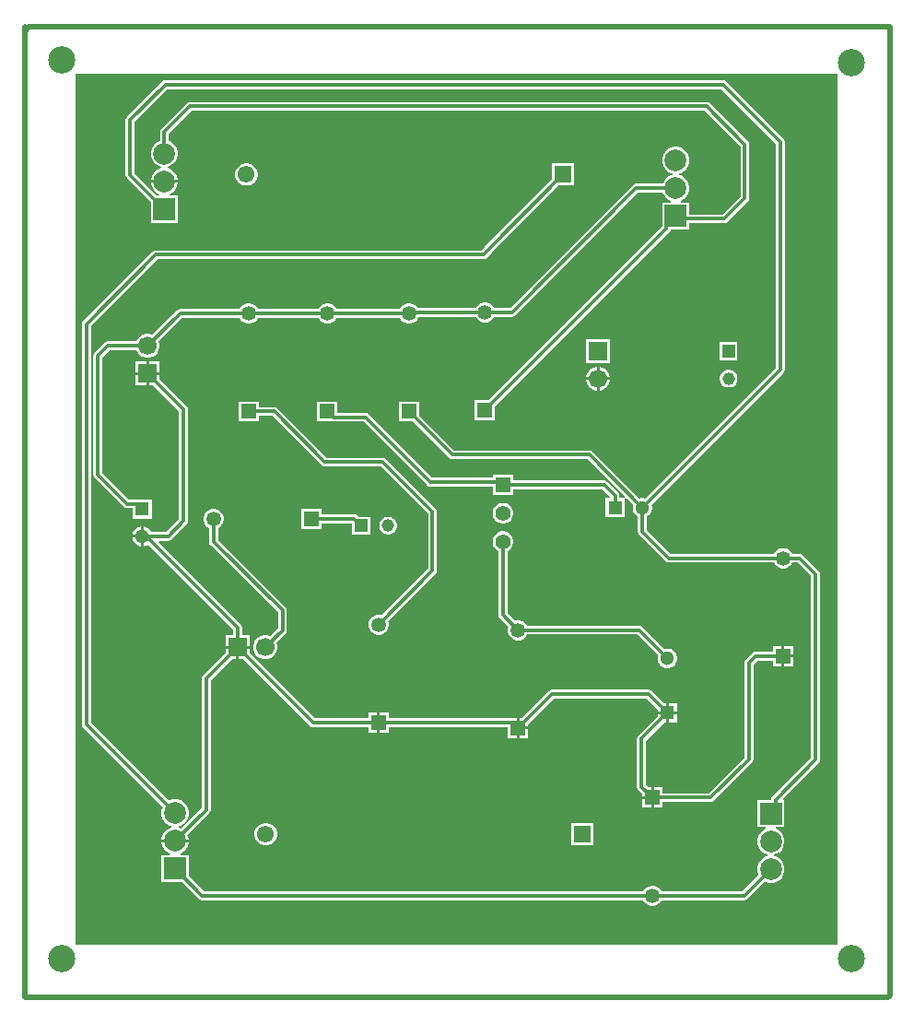
<source format=gtl>
G04*
G04 #@! TF.GenerationSoftware,Altium Limited,Altium Designer,22.9.1 (49)*
G04*
G04 Layer_Physical_Order=1*
G04 Layer_Color=255*
%FSLAX25Y25*%
%MOIN*%
G70*
G04*
G04 #@! TF.SameCoordinates,E0007E1A-B842-4F06-B59B-3BF212909B56*
G04*
G04*
G04 #@! TF.FilePolarity,Positive*
G04*
G01*
G75*
%ADD16R,0.07874X0.07874*%
%ADD17C,0.07874*%
%ADD18C,0.04528*%
%ADD19R,0.04528X0.04528*%
%ADD20C,0.06102*%
%ADD21R,0.06102X0.06102*%
%ADD25C,0.05118*%
%ADD26R,0.05118X0.05118*%
%ADD32R,0.04528X0.04528*%
%ADD35C,0.01968*%
%ADD36C,0.01260*%
%ADD37C,0.01181*%
%ADD38C,0.05315*%
%ADD39R,0.05315X0.05315*%
%ADD40R,0.05315X0.05315*%
%ADD41R,0.05118X0.05118*%
%ADD42R,0.06693X0.06693*%
%ADD43C,0.06693*%
%ADD44R,0.05512X0.05512*%
%ADD45C,0.05512*%
%ADD46R,0.06693X0.06693*%
%ADD47C,0.09843*%
G36*
X300000Y22835D02*
X24409D01*
Y337795D01*
X300000D01*
Y22835D01*
D02*
G37*
%LPC*%
G36*
X86732Y305390D02*
X85669D01*
X84643Y305115D01*
X83723Y304584D01*
X82972Y303832D01*
X82440Y302912D01*
X82165Y301886D01*
Y300823D01*
X82440Y299797D01*
X82972Y298877D01*
X83723Y298125D01*
X84643Y297594D01*
X85669Y297319D01*
X86732D01*
X87758Y297594D01*
X88679Y298125D01*
X89430Y298877D01*
X89961Y299797D01*
X90236Y300823D01*
Y301886D01*
X89961Y302912D01*
X89430Y303832D01*
X88679Y304584D01*
X87758Y305115D01*
X86732Y305390D01*
D02*
G37*
G36*
X252756Y327590D02*
X252756Y327590D01*
X65748D01*
X65134Y327468D01*
X64613Y327120D01*
X64613Y327120D01*
X55369Y317876D01*
X55020Y317355D01*
X54898Y316740D01*
X54898Y316740D01*
Y313598D01*
X54604Y313519D01*
X53482Y312871D01*
X52566Y311955D01*
X51918Y310833D01*
X51583Y309581D01*
Y308285D01*
X51918Y307033D01*
X52566Y305911D01*
X53482Y304995D01*
X54604Y304347D01*
X55227Y304180D01*
Y303663D01*
X54598Y303494D01*
X53473Y302844D01*
X52553Y301925D01*
X51903Y300799D01*
X51567Y299544D01*
Y299394D01*
X56504D01*
X61441D01*
Y299544D01*
X61105Y300799D01*
X60454Y301925D01*
X59535Y302844D01*
X58410Y303494D01*
X57781Y303663D01*
Y304180D01*
X58403Y304347D01*
X59526Y304995D01*
X60442Y305911D01*
X61090Y307033D01*
X61425Y308285D01*
Y309581D01*
X61090Y310833D01*
X60442Y311955D01*
X59526Y312871D01*
X58403Y313519D01*
X58110Y313598D01*
Y316075D01*
X66413Y324379D01*
X252091D01*
X264930Y311540D01*
Y293551D01*
X258339Y286960D01*
X246425D01*
Y291276D01*
X243349D01*
X243283Y291776D01*
X243404Y291808D01*
X244526Y292456D01*
X245442Y293372D01*
X246090Y294494D01*
X246425Y295746D01*
Y297042D01*
X246090Y298293D01*
X245442Y299415D01*
X244526Y300332D01*
X243404Y300980D01*
X242751Y301155D01*
Y301672D01*
X243404Y301847D01*
X244526Y302495D01*
X245442Y303411D01*
X246090Y304534D01*
X246425Y305785D01*
Y307081D01*
X246090Y308333D01*
X245442Y309455D01*
X244526Y310371D01*
X243404Y311019D01*
X242152Y311354D01*
X240856D01*
X239604Y311019D01*
X238482Y310371D01*
X237566Y309455D01*
X236918Y308333D01*
X236583Y307081D01*
Y305785D01*
X236918Y304534D01*
X237566Y303411D01*
X238482Y302495D01*
X239604Y301847D01*
X240257Y301672D01*
Y301155D01*
X239604Y300980D01*
X238482Y300332D01*
X237566Y299415D01*
X236918Y298293D01*
X236850Y298040D01*
X227102D01*
X226472Y297914D01*
X225939Y297557D01*
X181598Y253217D01*
X175759D01*
X175418Y253807D01*
X174740Y254485D01*
X173910Y254964D01*
X172983Y255213D01*
X172025D01*
X171098Y254964D01*
X170268Y254485D01*
X169590Y253807D01*
X169110Y252976D01*
X169108Y252967D01*
X148115D01*
X147918Y253307D01*
X147240Y253985D01*
X146410Y254464D01*
X145483Y254713D01*
X144525D01*
X143598Y254464D01*
X142768Y253985D01*
X142090Y253307D01*
X141749Y252717D01*
X118759D01*
X118418Y253307D01*
X117740Y253985D01*
X116910Y254464D01*
X115983Y254713D01*
X115024D01*
X114098Y254464D01*
X113268Y253985D01*
X112590Y253307D01*
X112249Y252717D01*
X90259D01*
X89918Y253307D01*
X89240Y253985D01*
X88410Y254464D01*
X87483Y254713D01*
X86524D01*
X85598Y254464D01*
X84768Y253985D01*
X84090Y253307D01*
X83749Y252717D01*
X62221D01*
X61591Y252591D01*
X61057Y252235D01*
X52199Y243376D01*
X52175Y243390D01*
X51074Y243685D01*
X49934D01*
X48832Y243390D01*
X47845Y242820D01*
X47038Y242013D01*
X46468Y241026D01*
X46461Y241000D01*
X36004D01*
X35374Y240875D01*
X34840Y240518D01*
X31340Y237018D01*
X30983Y236484D01*
X30858Y235854D01*
Y192854D01*
X30983Y192225D01*
X31340Y191691D01*
X41911Y181120D01*
X42445Y180763D01*
X43075Y180638D01*
X44961D01*
Y176811D01*
X52047D01*
Y183898D01*
X46734D01*
X46575Y183929D01*
X43756D01*
X34150Y193536D01*
Y235173D01*
X36686Y237708D01*
X46461D01*
X46468Y237683D01*
X47038Y236695D01*
X47845Y235889D01*
X48832Y235319D01*
X49934Y235024D01*
X51074D01*
X52175Y235319D01*
X53163Y235889D01*
X53969Y236695D01*
X54540Y237683D01*
X54835Y238784D01*
Y239925D01*
X54540Y241026D01*
X54526Y241049D01*
X62902Y249425D01*
X83749D01*
X84090Y248835D01*
X84768Y248157D01*
X85598Y247677D01*
X86524Y247429D01*
X87483D01*
X88410Y247677D01*
X89240Y248157D01*
X89918Y248835D01*
X90259Y249425D01*
X112249D01*
X112590Y248835D01*
X113268Y248157D01*
X114098Y247677D01*
X115024Y247429D01*
X115983D01*
X116910Y247677D01*
X117740Y248157D01*
X118418Y248835D01*
X118759Y249425D01*
X141749D01*
X142090Y248835D01*
X142768Y248157D01*
X143598Y247677D01*
X144525Y247429D01*
X145483D01*
X146410Y247677D01*
X147240Y248157D01*
X147918Y248835D01*
X148398Y249665D01*
X148400Y249675D01*
X169393D01*
X169590Y249335D01*
X170268Y248657D01*
X171098Y248177D01*
X172025Y247929D01*
X172983D01*
X173910Y248177D01*
X174740Y248657D01*
X175418Y249335D01*
X175759Y249925D01*
X182280D01*
X182909Y250050D01*
X183443Y250407D01*
X227784Y294748D01*
X236850D01*
X236918Y294494D01*
X237566Y293372D01*
X238482Y292456D01*
X239604Y291808D01*
X239725Y291776D01*
X239659Y291276D01*
X236583D01*
Y283163D01*
X236552Y283008D01*
X236552Y283008D01*
Y282456D01*
X173875Y219779D01*
X168862D01*
Y212496D01*
X176146D01*
Y217509D01*
X239293Y280656D01*
X239293Y280656D01*
X239641Y281177D01*
X239692Y281433D01*
X246425D01*
Y283749D01*
X259004D01*
X259004Y283749D01*
X259618Y283871D01*
X260139Y284219D01*
X267671Y291750D01*
X267671Y291751D01*
X268019Y292271D01*
X268141Y292886D01*
X268141Y292886D01*
Y312205D01*
X268141Y312205D01*
X268019Y312819D01*
X267671Y313340D01*
X267671Y313340D01*
X253891Y327120D01*
X253370Y327468D01*
X252756Y327590D01*
D02*
G37*
G36*
X204842Y305390D02*
X196772D01*
Y299590D01*
X172869Y275687D01*
X172520Y275166D01*
X172515Y275136D01*
X171339Y273960D01*
X53504D01*
X53504Y273960D01*
X52890Y273838D01*
X52369Y273490D01*
X27211Y248332D01*
X26863Y247811D01*
X26741Y247197D01*
X26741Y247197D01*
Y102443D01*
X26741Y102443D01*
X26863Y101828D01*
X27211Y101307D01*
X55962Y72557D01*
X55810Y72293D01*
X55474Y71042D01*
Y69746D01*
X55810Y68494D01*
X56458Y67372D01*
X57374Y66456D01*
X58496Y65808D01*
X59119Y65641D01*
Y65123D01*
X58490Y64955D01*
X57364Y64305D01*
X56445Y63386D01*
X55795Y62260D01*
X55459Y61004D01*
Y60854D01*
X60396D01*
X65333D01*
Y61004D01*
X64996Y62260D01*
X64862Y62493D01*
X72817Y70448D01*
X73174Y70982D01*
X73299Y71612D01*
Y118322D01*
X80985Y126008D01*
X82504D01*
Y129854D01*
X78658D01*
Y128335D01*
X70490Y120168D01*
X70133Y119634D01*
X70008Y119004D01*
Y72294D01*
X62534Y64820D01*
X62301Y64955D01*
X61673Y65123D01*
Y65641D01*
X62295Y65808D01*
X63417Y66456D01*
X64334Y67372D01*
X64982Y68494D01*
X65317Y69746D01*
Y71042D01*
X64982Y72293D01*
X64334Y73415D01*
X63417Y74332D01*
X62295Y74980D01*
X61044Y75315D01*
X59748D01*
X58496Y74980D01*
X58233Y74827D01*
X29952Y103108D01*
Y246532D01*
X54169Y270749D01*
X172004D01*
X172004Y270749D01*
X172618Y270871D01*
X173139Y271219D01*
X175139Y273219D01*
X175139Y273219D01*
X175487Y273740D01*
X175493Y273770D01*
X199042Y297319D01*
X204842D01*
Y305390D01*
D02*
G37*
G36*
X263878Y240650D02*
X257382D01*
Y234154D01*
X263878D01*
Y240650D01*
D02*
G37*
G36*
X217717Y241890D02*
X209055D01*
Y233228D01*
X217717D01*
Y241890D01*
D02*
G37*
G36*
X54850Y233701D02*
X51004D01*
Y229854D01*
X54850D01*
Y233701D01*
D02*
G37*
G36*
X50004D02*
X46158D01*
Y229854D01*
X50004D01*
Y233701D01*
D02*
G37*
G36*
X213958Y231906D02*
X213886D01*
Y228059D01*
X217732D01*
Y228131D01*
X217436Y229237D01*
X216864Y230228D01*
X216055Y231037D01*
X215064Y231609D01*
X213958Y231906D01*
D02*
G37*
G36*
X212886D02*
X212814D01*
X211708Y231609D01*
X210717Y231037D01*
X209908Y230228D01*
X209336Y229237D01*
X209039Y228131D01*
Y228059D01*
X212886D01*
Y231906D01*
D02*
G37*
G36*
X50004Y228854D02*
X46158D01*
Y225008D01*
X50004D01*
Y228854D01*
D02*
G37*
G36*
X261057Y230807D02*
X260202D01*
X259376Y230586D01*
X258636Y230158D01*
X258031Y229553D01*
X257603Y228813D01*
X257382Y227987D01*
Y227131D01*
X257603Y226305D01*
X258031Y225565D01*
X258636Y224960D01*
X259376Y224532D01*
X260202Y224311D01*
X261057D01*
X261884Y224532D01*
X262624Y224960D01*
X263229Y225565D01*
X263657Y226305D01*
X263878Y227131D01*
Y227987D01*
X263657Y228813D01*
X263229Y229553D01*
X262624Y230158D01*
X261884Y230586D01*
X261057Y230807D01*
D02*
G37*
G36*
X217732Y227059D02*
X213886D01*
Y223213D01*
X213958D01*
X215064Y223509D01*
X216055Y224081D01*
X216864Y224890D01*
X217436Y225881D01*
X217732Y226987D01*
Y227059D01*
D02*
G37*
G36*
X212886D02*
X209039D01*
Y226987D01*
X209336Y225881D01*
X209908Y224890D01*
X210717Y224081D01*
X211708Y223509D01*
X212814Y223213D01*
X212886D01*
Y227059D01*
D02*
G37*
G36*
X258661Y335464D02*
X258661Y335464D01*
X56890D01*
X56275Y335342D01*
X55754Y334994D01*
X55754Y334994D01*
X42959Y322198D01*
X42611Y321677D01*
X42489Y321063D01*
X42489Y321063D01*
Y301264D01*
X42489Y301264D01*
X42611Y300649D01*
X42959Y300128D01*
X51583Y291505D01*
Y283933D01*
X61425D01*
Y293776D01*
X58410D01*
X58344Y294276D01*
X58410Y294293D01*
X59535Y294943D01*
X60454Y295862D01*
X61105Y296988D01*
X61441Y298244D01*
Y298394D01*
X56504D01*
X51567D01*
Y298244D01*
X51903Y296988D01*
X52553Y295862D01*
X53473Y294943D01*
X54598Y294293D01*
X54664Y294276D01*
X54598Y293776D01*
X53853D01*
X45700Y301929D01*
Y320398D01*
X57555Y332253D01*
X257996D01*
X277725Y312524D01*
Y231425D01*
X230527Y184227D01*
X229892Y184398D01*
X228959D01*
X228323Y184227D01*
X211415Y201135D01*
X210894Y201483D01*
X210279Y201606D01*
X210279Y201606D01*
X161307D01*
X148646Y214267D01*
Y219280D01*
X141362D01*
Y211996D01*
X146375D01*
X159506Y198865D01*
X159506Y198865D01*
X160027Y198517D01*
X160642Y198394D01*
X209614D01*
X223111Y184898D01*
X222904Y184398D01*
X222718Y184398D01*
X221188D01*
Y185185D01*
X221188Y185185D01*
X221066Y185800D01*
X220718Y186320D01*
X220718Y186320D01*
X216812Y190226D01*
X216292Y190574D01*
X215677Y190696D01*
X215677Y190696D01*
X182744D01*
Y192831D01*
X175264D01*
Y191696D01*
X153433D01*
X130423Y214706D01*
X129902Y215054D01*
X129287Y215177D01*
X129287Y215177D01*
X119146D01*
Y219280D01*
X111862D01*
Y211996D01*
X117416D01*
X117571Y211965D01*
X117571Y211965D01*
X128622D01*
X151632Y188955D01*
X151632Y188955D01*
X152153Y188607D01*
X152768Y188485D01*
X175264D01*
Y185350D01*
X182744D01*
Y187485D01*
X215012D01*
X217599Y184898D01*
X217392Y184398D01*
X216039D01*
Y177311D01*
X223126D01*
Y183966D01*
X223126Y184176D01*
X223626Y184383D01*
X226052Y181957D01*
X225882Y181321D01*
Y180388D01*
X226123Y179487D01*
X226590Y178679D01*
X227250Y178019D01*
X227819Y177690D01*
Y172150D01*
X227819Y172150D01*
X227942Y171535D01*
X228290Y171014D01*
X237841Y161463D01*
X237841Y161463D01*
X238362Y161115D01*
X238976Y160993D01*
X238976Y160993D01*
X277037D01*
X277401Y160362D01*
X278079Y159684D01*
X278909Y159205D01*
X279836Y158957D01*
X280794D01*
X281721Y159205D01*
X282551Y159684D01*
X283229Y160362D01*
X283593Y160993D01*
X285555D01*
X290520Y156028D01*
Y90429D01*
X276519Y76428D01*
X276171Y75907D01*
X276049Y75292D01*
X275559Y75197D01*
X271034D01*
Y65354D01*
X274110D01*
X274175Y64854D01*
X274055Y64822D01*
X272933Y64174D01*
X272017Y63258D01*
X271369Y62136D01*
X271034Y60884D01*
Y59588D01*
X271369Y58337D01*
X272017Y57214D01*
X272933Y56298D01*
X274055Y55650D01*
X274708Y55475D01*
Y54958D01*
X274055Y54783D01*
X272933Y54135D01*
X272017Y53219D01*
X271369Y52096D01*
X271034Y50845D01*
Y49549D01*
X271369Y48297D01*
X271521Y48034D01*
X265644Y42157D01*
X236349D01*
X235985Y42787D01*
X235307Y43465D01*
X234476Y43945D01*
X233550Y44193D01*
X232591D01*
X231665Y43945D01*
X230835Y43465D01*
X230157Y42787D01*
X229793Y42157D01*
X70824D01*
X65317Y47664D01*
Y55236D01*
X62302D01*
X62236Y55736D01*
X62301Y55754D01*
X63427Y56404D01*
X64346Y57323D01*
X64996Y58449D01*
X65333Y59704D01*
Y59854D01*
X60396D01*
X55459D01*
Y59704D01*
X55795Y58449D01*
X56445Y57323D01*
X57364Y56404D01*
X58490Y55754D01*
X58556Y55736D01*
X58490Y55236D01*
X55474D01*
Y45394D01*
X63046D01*
X69024Y39416D01*
X69545Y39068D01*
X70160Y38945D01*
X70160Y38945D01*
X229793D01*
X230157Y38315D01*
X230835Y37637D01*
X231665Y37158D01*
X232591Y36909D01*
X233550D01*
X234476Y37158D01*
X235307Y37637D01*
X235985Y38315D01*
X236349Y38945D01*
X266309D01*
X266309Y38945D01*
X266923Y39068D01*
X267444Y39416D01*
X273792Y45763D01*
X274055Y45611D01*
X275307Y45276D01*
X276603D01*
X277854Y45611D01*
X278976Y46259D01*
X279893Y47175D01*
X280541Y48297D01*
X280876Y49549D01*
Y50845D01*
X280541Y52096D01*
X279893Y53219D01*
X278976Y54135D01*
X277854Y54783D01*
X277201Y54958D01*
Y55475D01*
X277854Y55650D01*
X278976Y56298D01*
X279893Y57214D01*
X280541Y58337D01*
X280876Y59588D01*
Y60884D01*
X280541Y62136D01*
X279893Y63258D01*
X278976Y64174D01*
X277854Y64822D01*
X277734Y64854D01*
X277800Y65354D01*
X280876D01*
Y75197D01*
X280483D01*
X280292Y75659D01*
X293261Y88628D01*
X293261Y88628D01*
X293609Y89149D01*
X293732Y89764D01*
X293732Y89764D01*
Y156693D01*
X293732Y156693D01*
X293609Y157307D01*
X293261Y157828D01*
X293261Y157828D01*
X287356Y163734D01*
X286835Y164082D01*
X286221Y164204D01*
X286220Y164204D01*
X283593D01*
X283229Y164834D01*
X282551Y165513D01*
X281721Y165992D01*
X280794Y166240D01*
X279836D01*
X278909Y165992D01*
X278079Y165513D01*
X277401Y164834D01*
X277037Y164204D01*
X239641D01*
X231031Y172815D01*
Y177690D01*
X231601Y178019D01*
X232260Y178679D01*
X232727Y179487D01*
X232968Y180388D01*
Y181321D01*
X232798Y181957D01*
X280466Y229625D01*
X280814Y230145D01*
X280936Y230760D01*
X280936Y230760D01*
Y313189D01*
X280936Y313189D01*
X280814Y313803D01*
X280466Y314324D01*
X259797Y334994D01*
X259276Y335342D01*
X259174Y335362D01*
X258661Y335464D01*
D02*
G37*
G36*
X179496Y182595D02*
X178512D01*
X177560Y182340D01*
X176707Y181847D01*
X176011Y181151D01*
X175519Y180298D01*
X175264Y179347D01*
Y178362D01*
X175519Y177411D01*
X176011Y176558D01*
X176707Y175862D01*
X177560Y175369D01*
X178512Y175114D01*
X179496D01*
X180448Y175369D01*
X181300Y175862D01*
X181997Y176558D01*
X182489Y177411D01*
X182744Y178362D01*
Y179347D01*
X182489Y180298D01*
X181997Y181151D01*
X181300Y181847D01*
X180448Y182340D01*
X179496Y182595D01*
D02*
G37*
G36*
X54850Y228854D02*
X51004D01*
Y225008D01*
X52523D01*
X61858Y215673D01*
Y176774D01*
X57242Y172158D01*
X51663D01*
X51352Y172697D01*
X50689Y173360D01*
X49878Y173828D01*
X49004Y174062D01*
Y170512D01*
Y166961D01*
X49878Y167195D01*
X50557Y167588D01*
X81358Y136787D01*
Y134701D01*
X78658D01*
Y130854D01*
X83004D01*
X87350D01*
Y134701D01*
X84650D01*
Y137469D01*
X84525Y138098D01*
X84168Y138632D01*
X54396Y168404D01*
X54587Y168866D01*
X57923D01*
X58553Y168991D01*
X59087Y169348D01*
X64668Y174929D01*
X65025Y175462D01*
X65150Y176092D01*
Y216354D01*
X65025Y216984D01*
X64668Y217518D01*
X54850Y227335D01*
Y228854D01*
D02*
G37*
G36*
X137932Y177602D02*
X137076D01*
X136250Y177381D01*
X135510Y176953D01*
X134905Y176349D01*
X134477Y175608D01*
X134256Y174782D01*
Y173927D01*
X134477Y173101D01*
X134905Y172360D01*
X135510Y171755D01*
X136250Y171328D01*
X137076Y171106D01*
X137932D01*
X138758Y171328D01*
X139498Y171755D01*
X140103Y172360D01*
X140531Y173101D01*
X140752Y173927D01*
Y174782D01*
X140531Y175608D01*
X140103Y176349D01*
X139498Y176953D01*
X138758Y177381D01*
X137932Y177602D01*
D02*
G37*
G36*
X113362Y180496D02*
X106079D01*
Y173213D01*
X113362D01*
Y175249D01*
X124413D01*
Y171106D01*
X130909D01*
Y177602D01*
X126684D01*
X126297Y177990D01*
X125776Y178338D01*
X125161Y178460D01*
X125161Y178460D01*
X113362D01*
Y180496D01*
D02*
G37*
G36*
X48004Y174062D02*
X47130Y173828D01*
X46319Y173360D01*
X45656Y172697D01*
X45187Y171886D01*
X44953Y171012D01*
X48004D01*
Y174062D01*
D02*
G37*
G36*
Y170012D02*
X44953D01*
X45187Y169138D01*
X45656Y168326D01*
X46319Y167664D01*
X47130Y167195D01*
X48004Y166961D01*
Y170012D01*
D02*
G37*
G36*
X90646Y219280D02*
X83362D01*
Y211996D01*
X90646D01*
Y214032D01*
X95555D01*
X113370Y196218D01*
X113891Y195870D01*
X114505Y195747D01*
X114505Y195747D01*
X134840D01*
X151898Y178689D01*
Y158736D01*
X135187Y142024D01*
X134483Y142213D01*
X133525D01*
X132598Y141964D01*
X131768Y141485D01*
X131090Y140807D01*
X130610Y139977D01*
X130362Y139050D01*
Y138091D01*
X130610Y137165D01*
X131090Y136335D01*
X131768Y135657D01*
X132598Y135177D01*
X133525Y134929D01*
X134483D01*
X135410Y135177D01*
X136240Y135657D01*
X136918Y136335D01*
X137398Y137165D01*
X137646Y138091D01*
Y139050D01*
X137457Y139753D01*
X154639Y156936D01*
X154639Y156936D01*
X154987Y157456D01*
X155110Y158071D01*
Y179354D01*
X154987Y179969D01*
X154639Y180490D01*
X154639Y180490D01*
X136641Y198489D01*
X136119Y198837D01*
X135505Y198959D01*
X135505Y198959D01*
X115170D01*
X97356Y216773D01*
X96835Y217121D01*
X96220Y217243D01*
X96220Y217243D01*
X90646D01*
Y219280D01*
D02*
G37*
G36*
X74767Y180496D02*
X73808D01*
X72882Y180248D01*
X72051Y179768D01*
X71373Y179090D01*
X70894Y178260D01*
X70646Y177334D01*
Y176375D01*
X70894Y175449D01*
X71373Y174618D01*
X72051Y173940D01*
X72682Y173576D01*
Y168571D01*
X72682Y168571D01*
X72804Y167956D01*
X73152Y167436D01*
X97607Y142981D01*
Y137228D01*
X94735Y134356D01*
X94675Y134390D01*
X93574Y134685D01*
X92434D01*
X91332Y134390D01*
X90345Y133820D01*
X89539Y133013D01*
X88968Y132026D01*
X88673Y130924D01*
Y129784D01*
X88968Y128683D01*
X89539Y127695D01*
X90345Y126889D01*
X91332Y126319D01*
X92434Y126024D01*
X93574D01*
X94675Y126319D01*
X95663Y126889D01*
X96469Y127695D01*
X97040Y128683D01*
X97335Y129784D01*
Y130924D01*
X97040Y132026D01*
X97005Y132085D01*
X100348Y135428D01*
X100696Y135949D01*
X100818Y136563D01*
Y143646D01*
X100818Y143646D01*
X100696Y144260D01*
X100348Y144781D01*
X100348Y144781D01*
X75893Y169236D01*
Y173576D01*
X76524Y173940D01*
X77201Y174618D01*
X77681Y175449D01*
X77929Y176375D01*
Y177334D01*
X77681Y178260D01*
X77201Y179090D01*
X76524Y179768D01*
X75693Y180248D01*
X74767Y180496D01*
D02*
G37*
G36*
X283972Y130823D02*
X280815D01*
Y127665D01*
X283972D01*
Y130823D01*
D02*
G37*
G36*
Y126665D02*
X280815D01*
Y123508D01*
X283972D01*
Y126665D01*
D02*
G37*
G36*
X279815Y130823D02*
X276658D01*
Y128811D01*
X270472D01*
X269843Y128686D01*
X269309Y128329D01*
X266804Y125824D01*
X266447Y125291D01*
X266322Y124661D01*
Y90554D01*
X253398Y77630D01*
X236728D01*
Y79642D01*
X233571D01*
Y75984D01*
Y72327D01*
X236728D01*
Y74339D01*
X254080D01*
X254709Y74464D01*
X255243Y74821D01*
X269132Y88709D01*
X269488Y89243D01*
X269614Y89873D01*
Y123979D01*
X271154Y125520D01*
X276658D01*
Y123508D01*
X279815D01*
Y127165D01*
Y130823D01*
D02*
G37*
G36*
X179496Y172358D02*
X178512D01*
X177560Y172103D01*
X176707Y171611D01*
X176011Y170915D01*
X175519Y170062D01*
X175264Y169111D01*
Y168126D01*
X175519Y167174D01*
X176011Y166322D01*
X176707Y165625D01*
X177398Y165226D01*
Y142071D01*
X177398Y142071D01*
X177521Y141456D01*
X177869Y140936D01*
X181051Y137753D01*
X180862Y137050D01*
Y136091D01*
X181110Y135165D01*
X181590Y134335D01*
X182268Y133657D01*
X183098Y133177D01*
X184025Y132929D01*
X184983D01*
X185910Y133177D01*
X186740Y133657D01*
X187418Y134335D01*
X187782Y134965D01*
X227622D01*
X235131Y127456D01*
X234961Y126821D01*
Y125888D01*
X235202Y124987D01*
X235669Y124179D01*
X236328Y123519D01*
X237136Y123053D01*
X238037Y122811D01*
X238970D01*
X239872Y123053D01*
X240680Y123519D01*
X241339Y124179D01*
X241806Y124987D01*
X242047Y125888D01*
Y126821D01*
X241806Y127722D01*
X241339Y128530D01*
X240680Y129190D01*
X239872Y129656D01*
X238970Y129898D01*
X238037D01*
X237402Y129727D01*
X229423Y137706D01*
X228902Y138054D01*
X228287Y138177D01*
X228287Y138177D01*
X187782D01*
X187418Y138807D01*
X186740Y139485D01*
X185910Y139964D01*
X184983Y140213D01*
X184025D01*
X183321Y140024D01*
X180610Y142736D01*
Y165226D01*
X181300Y165625D01*
X181997Y166322D01*
X182489Y167174D01*
X182744Y168126D01*
Y169111D01*
X182489Y170062D01*
X181997Y170915D01*
X181300Y171611D01*
X180448Y172103D01*
X179496Y172358D01*
D02*
G37*
G36*
X242063Y110228D02*
X239004D01*
Y107169D01*
X242063D01*
Y110228D01*
D02*
G37*
G36*
X231787Y115032D02*
X196752D01*
X196122Y114906D01*
X195588Y114550D01*
X185834Y104795D01*
X185004D01*
Y101638D01*
X188161D01*
Y102468D01*
X197434Y111740D01*
X231106D01*
X234945Y107901D01*
Y107169D01*
X238004D01*
Y110228D01*
X237272D01*
X232951Y114550D01*
X232417Y114906D01*
X231787Y115032D01*
D02*
G37*
G36*
X242063Y106169D02*
X239004D01*
Y103110D01*
X242063D01*
Y106169D01*
D02*
G37*
G36*
X87350Y129854D02*
X83504D01*
Y126008D01*
X85023D01*
X109057Y101974D01*
X109591Y101617D01*
X110221Y101492D01*
X130347D01*
Y99480D01*
X133504D01*
Y103138D01*
Y106795D01*
X130347D01*
Y104784D01*
X110902D01*
X87350Y128335D01*
Y129854D01*
D02*
G37*
G36*
X188161Y100638D02*
X185004D01*
Y97480D01*
X188161D01*
Y100638D01*
D02*
G37*
G36*
X137661Y106795D02*
X134504D01*
Y103138D01*
Y99480D01*
X137661D01*
Y101492D01*
X180847D01*
Y97480D01*
X184004D01*
Y101138D01*
Y104795D01*
X180847D01*
Y104784D01*
X137661D01*
Y106795D01*
D02*
G37*
G36*
X238004Y106169D02*
X234945D01*
Y105438D01*
X227970Y98463D01*
X227613Y97929D01*
X227488Y97299D01*
Y79921D01*
X227613Y79291D01*
X227970Y78758D01*
X229413Y77314D01*
Y76484D01*
X232571D01*
Y79642D01*
X231741D01*
X230780Y80603D01*
Y96618D01*
X237272Y103110D01*
X238004D01*
Y106169D01*
D02*
G37*
G36*
X232571Y75484D02*
X229413D01*
Y72327D01*
X232571D01*
Y75484D01*
D02*
G37*
G36*
X211842Y66890D02*
X203772D01*
Y58819D01*
X211842D01*
Y66890D01*
D02*
G37*
G36*
X93732D02*
X92669D01*
X91643Y66615D01*
X90723Y66084D01*
X89972Y65332D01*
X89440Y64412D01*
X89165Y63386D01*
Y62323D01*
X89440Y61297D01*
X89972Y60377D01*
X90723Y59625D01*
X91643Y59094D01*
X92669Y58819D01*
X93732D01*
X94758Y59094D01*
X95679Y59625D01*
X96430Y60377D01*
X96961Y61297D01*
X97236Y62323D01*
Y63386D01*
X96961Y64412D01*
X96430Y65332D01*
X95679Y66084D01*
X94758Y66615D01*
X93732Y66890D01*
D02*
G37*
%LPD*%
D16*
X56504Y288854D02*
D03*
X241504Y286354D02*
D03*
X60396Y50315D02*
D03*
X275955Y70276D02*
D03*
D17*
X56504Y298894D02*
D03*
Y308933D02*
D03*
X241504Y296394D02*
D03*
Y306433D02*
D03*
X60396Y70394D02*
D03*
Y60354D02*
D03*
X275955Y50197D02*
D03*
Y60236D02*
D03*
D18*
X260630Y227559D02*
D03*
X137504Y174354D02*
D03*
D19*
X260630Y237402D02*
D03*
D20*
X93201Y62854D02*
D03*
X86201Y301354D02*
D03*
D21*
X207807Y62854D02*
D03*
X200807Y301354D02*
D03*
D25*
X48504Y170512D02*
D03*
X238504Y126354D02*
D03*
X229425Y180854D02*
D03*
D26*
X48504Y180354D02*
D03*
X238504Y106669D02*
D03*
D32*
X127661Y174354D02*
D03*
D35*
X5906Y3937D02*
Y354724D01*
Y3937D02*
X318504D01*
X318898Y4331D01*
Y354724D01*
X7480D02*
X318898D01*
X6299Y353543D02*
X7480Y354724D01*
D36*
X270472Y127165D02*
X280315D01*
X267968Y124661D02*
X270472Y127165D01*
X267968Y89873D02*
Y124661D01*
X254080Y75984D02*
X267968Y89873D01*
X233071Y75984D02*
X254080D01*
X182280Y251571D02*
X227102Y296394D01*
X241504D01*
X172504Y251571D02*
X182280D01*
X229134Y79921D02*
X233071Y75984D01*
X229134Y97299D02*
X238504Y106669D01*
X229134Y79921D02*
Y97299D01*
X83004Y130354D02*
Y137469D01*
X49961Y170099D02*
Y170512D01*
Y170099D02*
X50706Y169354D01*
X51118D01*
X48504Y170512D02*
X49961D01*
X57923D01*
X51118Y169354D02*
X83004Y137469D01*
X60396Y60354D02*
X71653Y71612D01*
Y119004D02*
X83004Y130354D01*
X71653Y71612D02*
Y119004D01*
X196752Y113386D02*
X231787D01*
X238504Y106669D01*
X184504Y101138D02*
X196752Y113386D01*
X172254Y251321D02*
X172504Y251571D01*
X83004Y130354D02*
X110221Y103138D01*
X134004D01*
X57923Y170512D02*
X63504Y176092D01*
Y216354D01*
X50504Y229354D02*
X63504Y216354D01*
X46575Y182283D02*
X48504Y180354D01*
X43075Y182283D02*
X46575D01*
X32504Y192854D02*
X43075Y182283D01*
X32504Y192854D02*
Y235854D01*
X36004Y239354D01*
X50504D01*
X134004Y103138D02*
X182504D01*
X184504Y101138D01*
X50504Y239354D02*
X62221Y251071D01*
X87004D01*
X145254Y251321D02*
X172254D01*
X145004Y251071D02*
X145254Y251321D01*
X115504Y251071D02*
X145004D01*
X87004D02*
X115504D01*
D37*
X238976Y162598D02*
X280315D01*
X286221D01*
X292126Y156693D01*
Y89764D02*
Y156693D01*
X277655Y75292D02*
X292126Y89764D01*
X277655Y71975D02*
Y75292D01*
X275955Y70276D02*
X277655Y71975D01*
X229425Y172150D02*
Y180854D01*
Y172150D02*
X238976Y162598D01*
X65748Y325984D02*
X252756D01*
X266535Y312205D01*
X56504Y316740D02*
X65748Y325984D01*
X44094Y321063D02*
X56890Y333858D01*
X258661D02*
X279331Y313189D01*
X56890Y333858D02*
X258661D01*
X279331Y230760D02*
Y313189D01*
X229425Y180854D02*
X279331Y230760D01*
X44094Y301264D02*
X56504Y288854D01*
X44094Y301264D02*
Y321063D01*
X266535Y292886D02*
Y312205D01*
X259004Y285354D02*
X266535Y292886D01*
X56504Y308933D02*
Y316740D01*
X242504Y285354D02*
X259004D01*
X238158Y281791D02*
Y283008D01*
X172504Y216138D02*
X238158Y281791D01*
X241504Y286354D02*
X242504Y285354D01*
X238158Y283008D02*
X241504Y286354D01*
X233071Y40551D02*
X266309D01*
X275955Y50197D01*
X28346Y247197D02*
X53504Y272354D01*
X28346Y102443D02*
X60396Y70394D01*
X28346Y102443D02*
Y247197D01*
X160642Y200000D02*
X210279D01*
X229425Y180854D01*
X145004Y215638D02*
X160642Y200000D01*
X70160Y40551D02*
X233071D01*
X60396Y50315D02*
X70160Y40551D01*
X74287Y168571D02*
X99213Y143646D01*
X93004Y130354D02*
X99213Y136563D01*
Y143646D01*
X179004Y189091D02*
X215677D01*
X219583Y185185D01*
Y180854D02*
Y185185D01*
X53504Y272354D02*
X172004D01*
X174004Y274354D01*
Y274551D01*
X200807Y301354D01*
X125161Y176854D02*
X127661Y174354D01*
X109721Y176854D02*
X125161D01*
X74287Y168571D02*
Y176854D01*
X152768Y190091D02*
X178004D01*
X179004Y189091D01*
X129287Y213571D02*
X152768Y190091D01*
X117571Y213571D02*
X129287D01*
X115504Y215638D02*
X117571Y213571D01*
X179004Y142071D02*
Y168618D01*
Y142071D02*
X184504Y136571D01*
X87004Y215638D02*
X96220D01*
X114505Y197353D02*
X135505D01*
X96220Y215638D02*
X114505Y197353D01*
X135505D02*
X153504Y179354D01*
X134004Y138571D02*
X153504Y158071D01*
Y179354D01*
X184504Y136571D02*
X228287D01*
X238504Y126354D01*
D38*
X280315Y162598D02*
D03*
X172504Y251571D02*
D03*
X74287Y176854D02*
D03*
X134004Y138571D02*
D03*
X184504Y136571D02*
D03*
X233071Y40551D02*
D03*
X145004Y251071D02*
D03*
X115504D02*
D03*
X87004D02*
D03*
D39*
X280315Y127165D02*
D03*
X172504Y216138D02*
D03*
X134004Y103138D02*
D03*
X184504Y101138D02*
D03*
X233071Y75984D02*
D03*
X145004Y215638D02*
D03*
X115504D02*
D03*
X87004D02*
D03*
D40*
X109721Y176854D02*
D03*
D41*
X219583Y180854D02*
D03*
D42*
X83004Y130354D02*
D03*
D43*
X93004D02*
D03*
X50504Y239354D02*
D03*
X213386Y227559D02*
D03*
D44*
X179004Y189091D02*
D03*
D45*
Y168618D02*
D03*
Y178854D02*
D03*
D46*
X50504Y229354D02*
D03*
X213386Y237559D02*
D03*
D47*
X304921Y17913D02*
D03*
X19488D02*
D03*
X304921Y341732D02*
D03*
X19488Y342717D02*
D03*
M02*

</source>
